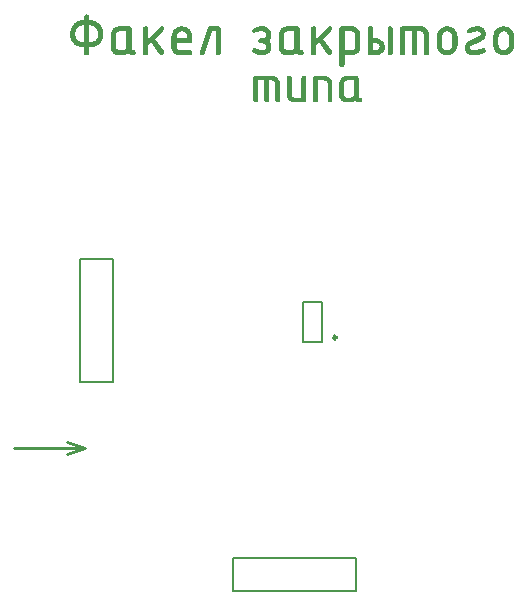
<source format=gto>
G04 Layer_Color=65535*
%FSLAX44Y44*%
%MOMM*%
G71*
G01*
G75*
%ADD21C,0.2540*%
%ADD22C,0.2000*%
G36*
X339470Y544438D02*
X339787Y544374D01*
X340231Y544247D01*
X340676Y543930D01*
X340993Y543549D01*
X341247Y543041D01*
X341374Y542280D01*
Y534472D01*
X344611D01*
X345182Y534345D01*
X345881Y534218D01*
X346706Y533964D01*
X347531Y533584D01*
X348420Y533012D01*
X349245Y532314D01*
X349308Y532251D01*
X349562Y531933D01*
X349943Y531489D01*
X350324Y530918D01*
X350705Y530156D01*
X351086Y529267D01*
X351339Y528315D01*
X351403Y527236D01*
Y527173D01*
Y527109D01*
Y526728D01*
X351276Y526157D01*
X351149Y525459D01*
X350895Y524634D01*
X350514Y523809D01*
X349943Y522920D01*
X349245Y522095D01*
X349181Y522031D01*
X348864Y521777D01*
X348420Y521460D01*
X347848Y521079D01*
X347087Y520635D01*
X346198Y520317D01*
X345182Y520064D01*
X344103Y520000D01*
X339025D01*
X338772Y520064D01*
X338391Y520127D01*
X338010Y520254D01*
X337629Y520508D01*
X337248Y520889D01*
X336994Y521460D01*
X336931Y522158D01*
Y542280D01*
Y542407D01*
X336994Y542660D01*
X337058Y542978D01*
X337185Y543422D01*
X337439Y543803D01*
X337819Y544184D01*
X338391Y544438D01*
X339089Y544501D01*
X339216D01*
X339470Y544438D01*
D02*
G37*
G36*
X356227D02*
X356544Y544374D01*
X356989Y544247D01*
X357433Y543930D01*
X357750Y543549D01*
X358004Y543041D01*
X358131Y542280D01*
Y522158D01*
Y522095D01*
X358068Y521841D01*
X358004Y521460D01*
X357877Y521079D01*
X357560Y520698D01*
X357179Y520317D01*
X356608Y520064D01*
X355846Y520000D01*
X355783D01*
X355529Y520064D01*
X355148Y520127D01*
X354767Y520254D01*
X354386Y520508D01*
X354005Y520889D01*
X353751Y521460D01*
X353688Y522158D01*
Y542280D01*
Y542407D01*
X353751Y542660D01*
X353815Y542978D01*
X353942Y543422D01*
X354196Y543803D01*
X354577Y544184D01*
X355148Y544438D01*
X355846Y544501D01*
X355973D01*
X356227Y544438D01*
D02*
G37*
G36*
X210616D02*
X210934Y544374D01*
X211378Y544247D01*
X211822Y543930D01*
X212140Y543549D01*
X212393Y543041D01*
X212521Y542280D01*
Y522158D01*
Y522095D01*
X212457Y521841D01*
X212393Y521460D01*
X212267Y521079D01*
X211949Y520698D01*
X211568Y520317D01*
X210997Y520064D01*
X210235Y520000D01*
X210172D01*
X209918Y520064D01*
X209537Y520127D01*
X209156Y520254D01*
X208776Y520508D01*
X208395Y520889D01*
X208141Y521460D01*
X208077Y522158D01*
Y540121D01*
X205157D01*
X198937Y521460D01*
Y521396D01*
X198873Y521206D01*
X198683Y521016D01*
X198493Y520762D01*
X198239Y520444D01*
X197858Y520254D01*
X197414Y520064D01*
X196842Y520000D01*
X196779D01*
X196525Y520064D01*
X196144Y520127D01*
X195763Y520254D01*
X195382Y520508D01*
X195002Y520889D01*
X194748Y521460D01*
X194684Y522158D01*
Y522222D01*
Y522412D01*
X194748Y522856D01*
X201412Y542724D01*
Y542787D01*
X201539Y542978D01*
X201666Y543295D01*
X201920Y543613D01*
X202174Y543930D01*
X202555Y544247D01*
X202999Y544438D01*
X203571Y544501D01*
X210362D01*
X210616Y544438D01*
D02*
G37*
G36*
X277455D02*
X277772Y544374D01*
X278217Y544247D01*
X278661Y543930D01*
X278978Y543549D01*
X279232Y543041D01*
X279359Y542280D01*
Y525522D01*
Y525459D01*
Y525332D01*
X279423Y525141D01*
X279550Y524951D01*
X279740Y524697D01*
X280058Y524507D01*
X280438Y524380D01*
X281010Y524316D01*
X281264D01*
X281581Y524189D01*
X281898Y524062D01*
X282152Y523809D01*
X282470Y523428D01*
X282660Y522856D01*
X282723Y522158D01*
Y522095D01*
X282660Y521841D01*
X282596Y521460D01*
X282470Y521079D01*
X282152Y520698D01*
X281771Y520317D01*
X281200Y520064D01*
X280438Y520000D01*
X279994D01*
X279550Y520127D01*
X278978Y520254D01*
X278407Y520444D01*
X277709Y520762D01*
X277138Y521206D01*
X276566Y521777D01*
X276503Y521714D01*
X276249Y521523D01*
X275932Y521206D01*
X275424Y520889D01*
X274789Y520571D01*
X274027Y520254D01*
X273075Y520064D01*
X272060Y520000D01*
X268569D01*
X268188Y520064D01*
X267616Y520127D01*
X266918Y520254D01*
X266093Y520508D01*
X265268Y520889D01*
X264379Y521333D01*
X263554Y522031D01*
X263491Y522158D01*
X263237Y522412D01*
X262919Y522856D01*
X262539Y523491D01*
X262158Y524189D01*
X261840Y525078D01*
X261586Y526094D01*
X261523Y527173D01*
Y537265D01*
Y537329D01*
Y537392D01*
X261586Y537773D01*
X261650Y538344D01*
X261777Y539042D01*
X262031Y539868D01*
X262411Y540693D01*
X262856Y541581D01*
X263554Y542407D01*
X263681Y542470D01*
X263935Y542724D01*
X264379Y543041D01*
X265014Y543486D01*
X265712Y543867D01*
X266601Y544184D01*
X267616Y544438D01*
X268696Y544501D01*
X277201D01*
X277455Y544438D01*
D02*
G37*
G36*
X382759Y544374D02*
X383458Y544247D01*
X384283Y543993D01*
X385108Y543613D01*
X385997Y543041D01*
X386822Y542343D01*
X386885Y542280D01*
X387139Y541962D01*
X387520Y541518D01*
X387901Y540947D01*
X388282Y540185D01*
X388662Y539296D01*
X388916Y538344D01*
X388980Y537265D01*
Y522158D01*
Y522095D01*
X388916Y521841D01*
X388853Y521460D01*
X388726Y521079D01*
X388409Y520698D01*
X388028Y520317D01*
X387457Y520064D01*
X386695Y520000D01*
X386631D01*
X386377Y520064D01*
X385997Y520127D01*
X385616Y520254D01*
X385235Y520508D01*
X384854Y520889D01*
X384600Y521460D01*
X384537Y522158D01*
Y537265D01*
Y537329D01*
Y537455D01*
X384473Y537709D01*
X384410Y537963D01*
X384156Y538661D01*
X383965Y538979D01*
X383648Y539296D01*
X383585Y539360D01*
X383521Y539423D01*
X383331Y539550D01*
X383077Y539741D01*
X382442Y539995D01*
X382125Y540058D01*
X381680Y540121D01*
X378887D01*
Y522158D01*
Y522095D01*
X378824Y521841D01*
X378760Y521460D01*
X378633Y521079D01*
X378316Y520698D01*
X377935Y520317D01*
X377364Y520064D01*
X376602Y520000D01*
X376539D01*
X376285Y520064D01*
X375904Y520127D01*
X375523Y520254D01*
X375142Y520508D01*
X374762Y520889D01*
X374508Y521460D01*
X374444Y522158D01*
Y540121D01*
X368795D01*
Y522158D01*
Y522095D01*
X368731Y521841D01*
X368668Y521460D01*
X368541Y521079D01*
X368224Y520698D01*
X367843Y520317D01*
X367272Y520064D01*
X366510Y520000D01*
X366446D01*
X366193Y520064D01*
X365812Y520127D01*
X365431Y520254D01*
X365050Y520508D01*
X364669Y520889D01*
X364415Y521460D01*
X364352Y522158D01*
Y542280D01*
Y542407D01*
X364415Y542660D01*
X364479Y542978D01*
X364606Y543422D01*
X364860Y543803D01*
X365240Y544184D01*
X365812Y544438D01*
X366510Y544501D01*
X382188D01*
X382759Y544374D01*
D02*
G37*
G36*
X452708Y544438D02*
X453407Y544374D01*
X454295Y544184D01*
X455247Y543867D01*
X456326Y543422D01*
X457406Y542787D01*
X458421Y541899D01*
X458548Y541772D01*
X458802Y541454D01*
X459246Y540883D01*
X459754Y540121D01*
X460198Y539233D01*
X460643Y538154D01*
X460897Y536884D01*
X461023Y535551D01*
Y528886D01*
Y528823D01*
Y528696D01*
Y528506D01*
X460960Y528252D01*
X460897Y527617D01*
X460706Y526728D01*
X460389Y525713D01*
X459881Y524697D01*
X459246Y523618D01*
X458358Y522603D01*
X458231Y522476D01*
X457913Y522222D01*
X457342Y521777D01*
X456580Y521333D01*
X455692Y520825D01*
X454613Y520381D01*
X453407Y520127D01*
X452074Y520000D01*
X451693D01*
X451439Y520064D01*
X450741Y520127D01*
X449852Y520317D01*
X448900Y520635D01*
X447821Y521079D01*
X446742Y521714D01*
X445726Y522539D01*
X445599Y522666D01*
X445345Y522983D01*
X444901Y523555D01*
X444457Y524316D01*
X444012Y525205D01*
X443568Y526348D01*
X443314Y527553D01*
X443187Y528886D01*
Y535551D01*
Y535615D01*
Y535742D01*
Y535932D01*
X443251Y536186D01*
X443314Y536884D01*
X443504Y537773D01*
X443822Y538725D01*
X444266Y539804D01*
X444901Y540883D01*
X445726Y541899D01*
X445853Y542026D01*
X446171Y542280D01*
X446742Y542724D01*
X447503Y543232D01*
X448392Y543676D01*
X449535Y544120D01*
X450741Y544374D01*
X452074Y544501D01*
X452454D01*
X452708Y544438D01*
D02*
G37*
G36*
X431508Y544374D02*
X432143Y544247D01*
X432841Y544057D01*
X433602Y543676D01*
X434364Y543232D01*
X435126Y542597D01*
X435189Y542533D01*
X435443Y542280D01*
X435761Y541835D01*
X436078Y541328D01*
X436459Y540693D01*
X436713Y539868D01*
X436967Y539042D01*
X437030Y538090D01*
Y538027D01*
Y537900D01*
Y537709D01*
X436967Y537455D01*
X436840Y536757D01*
X436586Y535869D01*
X436142Y534916D01*
X435824Y534472D01*
X435443Y533964D01*
X434999Y533520D01*
X434555Y533076D01*
X433920Y532695D01*
X433285Y532314D01*
X424716Y528125D01*
X424653D01*
X424526Y527998D01*
X424208Y527744D01*
X423954Y527490D01*
X423827Y527173D01*
X423700Y526792D01*
X423637Y526348D01*
Y526284D01*
Y526221D01*
X423700Y525840D01*
X423891Y525395D01*
X424208Y524951D01*
X424335Y524888D01*
X424589Y524697D01*
X425033Y524443D01*
X425541Y524380D01*
X426366D01*
X426747Y524443D01*
X427255D01*
X428398Y524570D01*
X429731Y524761D01*
X431127Y525014D01*
X432523Y525332D01*
X433920Y525840D01*
X433983Y525903D01*
X434174Y525967D01*
X434428Y526030D01*
X434872D01*
X435126Y525967D01*
X435443Y525903D01*
X435888Y525776D01*
X436332Y525459D01*
X436649Y525078D01*
X436903Y524570D01*
X437030Y523809D01*
Y523745D01*
Y523618D01*
X436967Y523364D01*
X436903Y523110D01*
X436713Y522793D01*
X436522Y522476D01*
X436205Y522158D01*
X435761Y521904D01*
X435697D01*
X435634Y521841D01*
X435443Y521714D01*
X435126Y521587D01*
X434809Y521460D01*
X434364Y521333D01*
X433856Y521143D01*
X433222Y520952D01*
X432587Y520762D01*
X431825Y520635D01*
X431000Y520444D01*
X430048Y520317D01*
X429032Y520190D01*
X427953Y520064D01*
X426811Y520000D01*
X425097D01*
X424589Y520127D01*
X423954Y520254D01*
X423256Y520444D01*
X422495Y520762D01*
X421733Y521206D01*
X421035Y521841D01*
X420971Y521904D01*
X420781Y522158D01*
X420463Y522539D01*
X420146Y523110D01*
X419765Y523745D01*
X419511Y524507D01*
X419257Y525395D01*
X419194Y526348D01*
Y526411D01*
Y526538D01*
Y526728D01*
X419257Y526982D01*
X419384Y527680D01*
X419638Y528569D01*
X420082Y529521D01*
X420400Y530029D01*
X420717Y530473D01*
X421161Y530918D01*
X421606Y531362D01*
X422177Y531743D01*
X422812Y532124D01*
X431508Y536313D01*
X431571D01*
X431698Y536440D01*
X432079Y536757D01*
X432270Y536948D01*
X432397Y537265D01*
X432523Y537646D01*
X432587Y538090D01*
Y538154D01*
Y538217D01*
X432523Y538598D01*
X432333Y539042D01*
X431952Y539487D01*
X431825Y539614D01*
X431571Y539804D01*
X431127Y539995D01*
X430556Y540121D01*
X429604D01*
X428969Y540058D01*
X427636Y539995D01*
X427001Y539868D01*
X426430Y539741D01*
X426366D01*
X426240Y539677D01*
X426049Y539614D01*
X425732Y539550D01*
X425033Y539233D01*
X424081Y538725D01*
X424018Y538661D01*
X423764Y538598D01*
X423447Y538471D01*
X423002Y538408D01*
X422875D01*
X422495Y538471D01*
X421987Y538661D01*
X421479Y539042D01*
Y539106D01*
X421352Y539169D01*
X421161Y539487D01*
X420971Y539995D01*
X420844Y540629D01*
Y540693D01*
X420908Y540820D01*
X420971Y541074D01*
X421098Y541328D01*
X421288Y541645D01*
X421669Y541962D01*
X422114Y542280D01*
X422748Y542597D01*
X422875Y542660D01*
X423193Y542914D01*
X423764Y543232D01*
X424145Y543359D01*
X424589Y543549D01*
X425097Y543740D01*
X425668Y543930D01*
X426303Y544057D01*
X427001Y544184D01*
X427763Y544311D01*
X428652Y544438D01*
X429540Y544501D01*
X431000D01*
X431508Y544374D01*
D02*
G37*
G36*
X249209D02*
X249907Y544247D01*
X250732Y543993D01*
X251557Y543613D01*
X252446Y543041D01*
X253271Y542343D01*
X253335Y542280D01*
X253589Y541962D01*
X253969Y541518D01*
X254350Y540947D01*
X254731Y540185D01*
X255112Y539296D01*
X255366Y538344D01*
X255429Y537265D01*
Y537202D01*
Y537075D01*
Y536884D01*
X255366Y536630D01*
X255302Y535996D01*
X255112Y535170D01*
X254858Y534345D01*
X254414Y533520D01*
X253842Y532758D01*
X253081Y532187D01*
X253208Y532124D01*
X253462Y531933D01*
X253842Y531616D01*
X254287Y531108D01*
X254668Y530410D01*
X255049Y529585D01*
X255302Y528506D01*
X255429Y527173D01*
Y527109D01*
Y527046D01*
Y526665D01*
X255302Y526094D01*
X255175Y525395D01*
X254921Y524634D01*
X254541Y523745D01*
X253969Y522920D01*
X253271Y522095D01*
X253208Y522031D01*
X252890Y521777D01*
X252446Y521460D01*
X251875Y521079D01*
X251113Y520635D01*
X250224Y520317D01*
X249209Y520064D01*
X248130Y520000D01*
X246098D01*
X245718Y520064D01*
X245210Y520127D01*
X244512Y520254D01*
X243813Y520381D01*
X242925Y520635D01*
X242036Y520952D01*
X241909Y521016D01*
X241592Y521143D01*
X241147Y521396D01*
X240640Y521714D01*
X240132Y522095D01*
X239688Y522603D01*
X239370Y523110D01*
X239307Y523428D01*
X239243Y523745D01*
Y523809D01*
Y523872D01*
X239307Y524189D01*
X239434Y524634D01*
X239688Y525205D01*
Y525268D01*
X239751Y525332D01*
X240068Y525649D01*
X240449Y525903D01*
X240703Y525967D01*
X241021Y526030D01*
X241084D01*
X241211Y525967D01*
X241338Y525903D01*
X241655Y525840D01*
X242036Y525713D01*
X242544Y525459D01*
X243179Y525205D01*
X243242Y525141D01*
X243496Y525078D01*
X243877Y524951D01*
X244321Y524824D01*
X245400Y524507D01*
X245908Y524443D01*
X246416Y524380D01*
X248320D01*
X248511Y524443D01*
X248828Y524507D01*
X249463Y524761D01*
X249780Y524951D01*
X250097Y525205D01*
X250161Y525268D01*
X250224Y525332D01*
X250351Y525522D01*
X250542Y525776D01*
X250859Y526411D01*
X250923Y526792D01*
X250986Y527173D01*
Y527236D01*
Y527426D01*
X250923Y527617D01*
Y527934D01*
X250669Y528633D01*
X250478Y528950D01*
X250224Y529267D01*
X250097Y529394D01*
X249780Y529585D01*
X249209Y529839D01*
X248511Y530029D01*
X246225D01*
X245845Y530156D01*
X245337Y530346D01*
X244893Y530664D01*
X244766Y530791D01*
X244575Y531108D01*
X244385Y531552D01*
X244258Y532187D01*
Y532251D01*
Y532314D01*
X244321Y532695D01*
X244512Y533203D01*
X244893Y533711D01*
X244956Y533774D01*
X245019Y533838D01*
X245146Y533964D01*
X245400Y534091D01*
X245654Y534218D01*
X246035Y534282D01*
X246416Y534409D01*
X248193D01*
X248447Y534472D01*
X248828Y534536D01*
X249526Y534726D01*
X249907Y534916D01*
X250224Y535170D01*
X250288Y535234D01*
X250351Y535297D01*
X250478Y535488D01*
X250605Y535742D01*
X250859Y536376D01*
X250986Y536821D01*
Y537265D01*
Y537329D01*
Y537455D01*
X250923Y537646D01*
X250859Y537963D01*
X250669Y538598D01*
X250415Y538915D01*
X250161Y539233D01*
X250097Y539296D01*
X250034Y539360D01*
X249844Y539487D01*
X249590Y539677D01*
X248955Y539995D01*
X248574Y540058D01*
X248130Y540121D01*
X245908D01*
X245527Y540058D01*
X245083D01*
X244575Y539995D01*
X243940Y539868D01*
X243306Y539741D01*
X243242D01*
X243052Y539677D01*
X242734Y539614D01*
X242353Y539550D01*
X241592Y539233D01*
X241275Y539106D01*
X241021Y538915D01*
X240957D01*
X240894Y538852D01*
X240576Y538788D01*
X240322Y538725D01*
X240132Y538788D01*
X239878Y538915D01*
X239688Y539169D01*
Y539233D01*
X239624Y539296D01*
X239497Y539677D01*
X239307Y540185D01*
X239243Y540693D01*
Y540756D01*
X239307Y540947D01*
X239434Y541264D01*
X239624Y541645D01*
X240005Y542089D01*
X240513Y542597D01*
X241275Y543105D01*
X241782Y543295D01*
X242290Y543549D01*
X242417Y543613D01*
X242671Y543676D01*
X243115Y543867D01*
X243687Y544057D01*
X244321Y544184D01*
X245019Y544374D01*
X245718Y544438D01*
X246416Y544501D01*
X248638D01*
X249209Y544374D01*
D02*
G37*
G36*
X404722Y544438D02*
X405420Y544374D01*
X406308Y544184D01*
X407261Y543867D01*
X408340Y543422D01*
X409419Y542787D01*
X410434Y541899D01*
X410561Y541772D01*
X410815Y541454D01*
X411259Y540883D01*
X411767Y540121D01*
X412212Y539233D01*
X412656Y538154D01*
X412910Y536884D01*
X413037Y535551D01*
Y528886D01*
Y528823D01*
Y528696D01*
Y528506D01*
X412973Y528252D01*
X412910Y527617D01*
X412719Y526728D01*
X412402Y525713D01*
X411894Y524697D01*
X411259Y523618D01*
X410371Y522603D01*
X410244Y522476D01*
X409926Y522222D01*
X409355Y521777D01*
X408593Y521333D01*
X407705Y520825D01*
X406626Y520381D01*
X405420Y520127D01*
X404087Y520000D01*
X403706D01*
X403452Y520064D01*
X402754Y520127D01*
X401865Y520317D01*
X400913Y520635D01*
X399834Y521079D01*
X398755Y521714D01*
X397739Y522539D01*
X397612Y522666D01*
X397359Y522983D01*
X396914Y523555D01*
X396470Y524316D01*
X396026Y525205D01*
X395581Y526348D01*
X395327Y527553D01*
X395200Y528886D01*
Y535551D01*
Y535615D01*
Y535742D01*
Y535932D01*
X395264Y536186D01*
X395327Y536884D01*
X395518Y537773D01*
X395835Y538725D01*
X396279Y539804D01*
X396914Y540883D01*
X397739Y541899D01*
X397866Y542026D01*
X398184Y542280D01*
X398755Y542724D01*
X399517Y543232D01*
X400405Y543676D01*
X401548Y544120D01*
X402754Y544374D01*
X404087Y544501D01*
X404468D01*
X404722Y544438D01*
D02*
G37*
G36*
X180212D02*
X180910Y544374D01*
X181799Y544184D01*
X182751Y543867D01*
X183830Y543422D01*
X184909Y542787D01*
X185925Y541899D01*
X186052Y541772D01*
X186306Y541454D01*
X186750Y540883D01*
X187258Y540121D01*
X187702Y539233D01*
X188146Y538154D01*
X188400Y536948D01*
X188527Y535615D01*
Y530093D01*
X175134D01*
Y527236D01*
Y527173D01*
Y527046D01*
X175197Y526792D01*
X175261Y526538D01*
X175515Y525903D01*
X175705Y525522D01*
X175959Y525205D01*
X176023Y525141D01*
X176086Y525078D01*
X176276Y524951D01*
X176530Y524824D01*
X177102Y524507D01*
X177482Y524443D01*
X177863Y524380D01*
X186369D01*
X186623Y524316D01*
X186940Y524253D01*
X187384Y524126D01*
X187829Y523809D01*
X188146Y523428D01*
X188400Y522920D01*
X188527Y522158D01*
Y522095D01*
X188464Y521841D01*
X188400Y521460D01*
X188273Y521079D01*
X187956Y520698D01*
X187575Y520317D01*
X187004Y520064D01*
X186242Y520000D01*
X177736D01*
X177356Y520064D01*
X176784Y520127D01*
X176086Y520254D01*
X175261Y520508D01*
X174436Y520889D01*
X173547Y521333D01*
X172722Y522031D01*
X172658Y522158D01*
X172404Y522412D01*
X172087Y522856D01*
X171706Y523491D01*
X171325Y524189D01*
X171008Y525078D01*
X170754Y526094D01*
X170691Y527173D01*
Y535551D01*
Y535615D01*
Y535742D01*
Y535932D01*
X170754Y536186D01*
X170818Y536884D01*
X171008Y537773D01*
X171325Y538725D01*
X171770Y539804D01*
X172404Y540883D01*
X173230Y541899D01*
X173357Y542026D01*
X173674Y542280D01*
X174245Y542724D01*
X175007Y543232D01*
X175896Y543676D01*
X177038Y544120D01*
X178244Y544374D01*
X179577Y544501D01*
X179958D01*
X180212Y544438D01*
D02*
G37*
G36*
X327449Y502550D02*
X327742Y502492D01*
X328152Y502375D01*
X328562Y502082D01*
X328854Y501730D01*
X329089Y501262D01*
X329206Y500559D01*
Y485096D01*
Y485037D01*
Y484920D01*
X329264Y484744D01*
X329381Y484569D01*
X329557Y484334D01*
X329850Y484159D01*
X330201Y484041D01*
X330729Y483983D01*
X330963D01*
X331256Y483866D01*
X331549Y483749D01*
X331783Y483514D01*
X332076Y483163D01*
X332252Y482636D01*
X332310Y481992D01*
Y481933D01*
X332252Y481699D01*
X332193Y481347D01*
X332076Y480996D01*
X331783Y480644D01*
X331432Y480293D01*
X330904Y480059D01*
X330201Y480000D01*
X329791D01*
X329381Y480117D01*
X328854Y480234D01*
X328327Y480410D01*
X327683Y480703D01*
X327156Y481113D01*
X326629Y481640D01*
X326570Y481581D01*
X326336Y481406D01*
X326043Y481113D01*
X325574Y480820D01*
X324989Y480527D01*
X324286Y480234D01*
X323407Y480059D01*
X322470Y480000D01*
X319249D01*
X318897Y480059D01*
X318370Y480117D01*
X317726Y480234D01*
X316964Y480469D01*
X316203Y480820D01*
X315383Y481230D01*
X314621Y481874D01*
X314563Y481992D01*
X314328Y482226D01*
X314035Y482636D01*
X313684Y483222D01*
X313333Y483866D01*
X313040Y484686D01*
X312806Y485623D01*
X312747Y486619D01*
Y495932D01*
Y495990D01*
Y496049D01*
X312806Y496400D01*
X312864Y496927D01*
X312981Y497572D01*
X313216Y498333D01*
X313567Y499095D01*
X313977Y499915D01*
X314621Y500676D01*
X314738Y500735D01*
X314973Y500969D01*
X315383Y501262D01*
X315968Y501672D01*
X316613Y502023D01*
X317433Y502316D01*
X318370Y502550D01*
X319366Y502609D01*
X327214D01*
X327449Y502550D01*
D02*
G37*
G36*
X301325Y502492D02*
X301970Y502375D01*
X302731Y502140D01*
X303493Y501789D01*
X304312Y501262D01*
X305074Y500617D01*
X305133Y500559D01*
X305367Y500266D01*
X305718Y499856D01*
X306070Y499329D01*
X306421Y498626D01*
X306772Y497806D01*
X307007Y496927D01*
X307065Y495932D01*
Y481992D01*
Y481933D01*
X307007Y481699D01*
X306948Y481347D01*
X306831Y480996D01*
X306538Y480644D01*
X306187Y480293D01*
X305660Y480059D01*
X304957Y480000D01*
X304898D01*
X304664Y480059D01*
X304312Y480117D01*
X303961Y480234D01*
X303610Y480469D01*
X303258Y480820D01*
X303024Y481347D01*
X302965Y481992D01*
Y495932D01*
Y495990D01*
Y496107D01*
X302907Y496342D01*
X302848Y496576D01*
X302673Y497220D01*
X302438Y497513D01*
X302204Y497806D01*
X302145Y497865D01*
X302087Y497923D01*
X301911Y498040D01*
X301677Y498216D01*
X301091Y498450D01*
X300740Y498509D01*
X300330Y498568D01*
X294707D01*
Y481992D01*
Y481933D01*
X294648Y481699D01*
X294590Y481347D01*
X294472Y480996D01*
X294179Y480644D01*
X293828Y480293D01*
X293301Y480059D01*
X292598Y480000D01*
X292539D01*
X292305Y480059D01*
X291954Y480117D01*
X291602Y480234D01*
X291251Y480469D01*
X290899Y480820D01*
X290665Y481347D01*
X290607Y481992D01*
Y500559D01*
Y500676D01*
X290665Y500910D01*
X290724Y501203D01*
X290841Y501613D01*
X291075Y501965D01*
X291427Y502316D01*
X291954Y502550D01*
X292598Y502609D01*
X300798D01*
X301325Y502492D01*
D02*
G37*
G36*
X324553Y544374D02*
X325251Y544247D01*
X326077Y543993D01*
X326902Y543613D01*
X327790Y543041D01*
X328615Y542343D01*
X328679Y542280D01*
X328933Y541962D01*
X329314Y541518D01*
X329695Y540947D01*
X330075Y540185D01*
X330456Y539296D01*
X330710Y538344D01*
X330774Y537265D01*
Y527173D01*
Y527109D01*
Y527046D01*
Y526665D01*
X330647Y526094D01*
X330520Y525395D01*
X330266Y524634D01*
X329885Y523745D01*
X329314Y522920D01*
X328615Y522095D01*
X328552Y522031D01*
X328235Y521777D01*
X327790Y521460D01*
X327219Y521079D01*
X326457Y520635D01*
X325569Y520317D01*
X324553Y520064D01*
X323474Y520000D01*
X317381D01*
Y512129D01*
Y512066D01*
X317317Y511812D01*
X317254Y511431D01*
X317127Y511050D01*
X316809Y510606D01*
X316428Y510288D01*
X315857Y510034D01*
X315095Y509907D01*
X315032D01*
X314778Y509971D01*
X314397Y510034D01*
X314016Y510161D01*
X313636Y510479D01*
X313255Y510860D01*
X313001Y511367D01*
X312937Y512129D01*
Y542280D01*
Y542407D01*
X313001Y542660D01*
X313064Y542978D01*
X313191Y543422D01*
X313445Y543803D01*
X313826Y544184D01*
X314397Y544438D01*
X315095Y544501D01*
X323982D01*
X324553Y544374D01*
D02*
G37*
G36*
X283168Y502550D02*
X283461Y502492D01*
X283871Y502375D01*
X284281Y502082D01*
X284574Y501730D01*
X284808Y501262D01*
X284925Y500559D01*
Y481992D01*
Y481933D01*
X284867Y481699D01*
X284808Y481347D01*
X284691Y480996D01*
X284398Y480644D01*
X284046Y480293D01*
X283519Y480059D01*
X282816Y480000D01*
X274968D01*
X274616Y480059D01*
X274089Y480117D01*
X273445Y480234D01*
X272683Y480469D01*
X271922Y480820D01*
X271102Y481230D01*
X270340Y481874D01*
X270282Y481992D01*
X270048Y482226D01*
X269755Y482636D01*
X269403Y483222D01*
X269052Y483866D01*
X268759Y484686D01*
X268525Y485623D01*
X268466Y486619D01*
Y500559D01*
Y500676D01*
X268525Y500910D01*
X268583Y501203D01*
X268701Y501613D01*
X268935Y501965D01*
X269286Y502316D01*
X269813Y502550D01*
X270458Y502609D01*
X270575D01*
X270809Y502550D01*
X271102Y502492D01*
X271512Y502375D01*
X271922Y502082D01*
X272215Y501730D01*
X272449Y501262D01*
X272566Y500559D01*
Y486619D01*
Y486560D01*
Y486443D01*
X272625Y486267D01*
X272683Y485974D01*
X272918Y485389D01*
X273093Y485096D01*
X273328Y484803D01*
X273386Y484744D01*
X273445Y484686D01*
X273621Y484569D01*
X273855Y484451D01*
X274382Y484159D01*
X274733Y484100D01*
X275085Y484041D01*
X280825D01*
Y500559D01*
Y500676D01*
X280884Y500910D01*
X280942Y501203D01*
X281059Y501613D01*
X281294Y501965D01*
X281645Y502316D01*
X282172Y502550D01*
X282816Y502609D01*
X282934D01*
X283168Y502550D01*
D02*
G37*
G36*
X256986Y502492D02*
X257630Y502375D01*
X258392Y502140D01*
X259153Y501789D01*
X259973Y501262D01*
X260735Y500617D01*
X260793Y500559D01*
X261028Y500266D01*
X261379Y499856D01*
X261730Y499329D01*
X262082Y498626D01*
X262433Y497806D01*
X262668Y496927D01*
X262726Y495932D01*
Y481992D01*
Y481933D01*
X262668Y481699D01*
X262609Y481347D01*
X262492Y480996D01*
X262199Y480644D01*
X261847Y480293D01*
X261320Y480059D01*
X260618Y480000D01*
X260559D01*
X260325Y480059D01*
X259973Y480117D01*
X259622Y480234D01*
X259270Y480469D01*
X258919Y480820D01*
X258685Y481347D01*
X258626Y481992D01*
Y495932D01*
Y495990D01*
Y496107D01*
X258568Y496342D01*
X258509Y496576D01*
X258275Y497220D01*
X258099Y497513D01*
X257806Y497806D01*
X257747Y497865D01*
X257689Y497923D01*
X257513Y498040D01*
X257279Y498216D01*
X256693Y498450D01*
X256400Y498509D01*
X255990Y498568D01*
X253413D01*
Y481992D01*
Y481933D01*
X253354Y481699D01*
X253296Y481347D01*
X253179Y480996D01*
X252886Y480644D01*
X252535Y480293D01*
X252007Y480059D01*
X251304Y480000D01*
X251246D01*
X251012Y480059D01*
X250660Y480117D01*
X250309Y480234D01*
X249957Y480469D01*
X249606Y480820D01*
X249372Y481347D01*
X249313Y481992D01*
Y498568D01*
X244100D01*
Y481992D01*
Y481933D01*
X244042Y481699D01*
X243983Y481347D01*
X243866Y480996D01*
X243573Y480644D01*
X243221Y480293D01*
X242694Y480059D01*
X241992Y480000D01*
X241933D01*
X241699Y480059D01*
X241347Y480117D01*
X240996Y480234D01*
X240644Y480469D01*
X240293Y480820D01*
X240059Y481347D01*
X240000Y481992D01*
Y500559D01*
Y500676D01*
X240059Y500910D01*
X240117Y501203D01*
X240234Y501613D01*
X240469Y501965D01*
X240820Y502316D01*
X241347Y502550D01*
X241992Y502609D01*
X256459D01*
X256986Y502492D01*
D02*
G37*
G36*
X162629Y544438D02*
X162947Y544374D01*
X163391Y544247D01*
X163836Y543930D01*
X164153Y543549D01*
X164407Y543041D01*
X164534Y542280D01*
Y542216D01*
Y542153D01*
X164470Y541772D01*
X164216Y541264D01*
X164026Y540947D01*
X163772Y540629D01*
X156663Y533647D01*
X164089Y523428D01*
X164153Y523301D01*
X164343Y523047D01*
X164470Y522603D01*
X164534Y522158D01*
Y522095D01*
X164470Y521841D01*
X164407Y521460D01*
X164280Y521079D01*
X163962Y520698D01*
X163582Y520317D01*
X163010Y520064D01*
X162249Y520000D01*
X162058D01*
X161868Y520064D01*
X161614Y520127D01*
X161043Y520381D01*
X160725Y520571D01*
X160471Y520889D01*
X153616Y530791D01*
X151140Y527998D01*
Y522158D01*
Y522095D01*
X151077Y521841D01*
X151014Y521460D01*
X150887Y521079D01*
X150569Y520698D01*
X150188Y520317D01*
X149617Y520064D01*
X148855Y520000D01*
X148792D01*
X148538Y520064D01*
X148157Y520127D01*
X147776Y520254D01*
X147395Y520508D01*
X147015Y520889D01*
X146761Y521460D01*
X146697Y522158D01*
Y542280D01*
Y542407D01*
X146761Y542660D01*
X146824Y542978D01*
X146951Y543422D01*
X147205Y543803D01*
X147586Y544184D01*
X148157Y544438D01*
X148855Y544501D01*
X148982D01*
X149236Y544438D01*
X149554Y544374D01*
X149998Y544247D01*
X150442Y543930D01*
X150760Y543549D01*
X151014Y543041D01*
X151140Y542280D01*
Y533457D01*
X160725Y543803D01*
Y543867D01*
X160852Y543930D01*
X161169Y544184D01*
X161614Y544374D01*
X161931Y544501D01*
X162376D01*
X162629Y544438D01*
D02*
G37*
G36*
X135208D02*
X135526Y544374D01*
X135970Y544247D01*
X136414Y543930D01*
X136732Y543549D01*
X136986Y543041D01*
X137113Y542280D01*
Y525522D01*
Y525459D01*
Y525332D01*
X137176Y525141D01*
X137303Y524951D01*
X137493Y524697D01*
X137811Y524507D01*
X138192Y524380D01*
X138763Y524316D01*
X139017D01*
X139334Y524189D01*
X139652Y524062D01*
X139906Y523809D01*
X140223Y523428D01*
X140413Y522856D01*
X140477Y522158D01*
Y522095D01*
X140413Y521841D01*
X140350Y521460D01*
X140223Y521079D01*
X139906Y520698D01*
X139525Y520317D01*
X138953Y520064D01*
X138192Y520000D01*
X137747D01*
X137303Y520127D01*
X136732Y520254D01*
X136160Y520444D01*
X135462Y520762D01*
X134891Y521206D01*
X134320Y521777D01*
X134256Y521714D01*
X134002Y521523D01*
X133685Y521206D01*
X133177Y520889D01*
X132542Y520571D01*
X131781Y520254D01*
X130829Y520064D01*
X129813Y520000D01*
X126322D01*
X125941Y520064D01*
X125370Y520127D01*
X124672Y520254D01*
X123847Y520508D01*
X123021Y520889D01*
X122133Y521333D01*
X121307Y522031D01*
X121244Y522158D01*
X120990Y522412D01*
X120673Y522856D01*
X120292Y523491D01*
X119911Y524189D01*
X119594Y525078D01*
X119340Y526094D01*
X119276Y527173D01*
Y537265D01*
Y537329D01*
Y537392D01*
X119340Y537773D01*
X119403Y538344D01*
X119530Y539042D01*
X119784Y539868D01*
X120165Y540693D01*
X120609Y541581D01*
X121307Y542407D01*
X121434Y542470D01*
X121688Y542724D01*
X122133Y543041D01*
X122767Y543486D01*
X123466Y543867D01*
X124354Y544184D01*
X125370Y544438D01*
X126449Y544501D01*
X134955D01*
X135208Y544438D01*
D02*
G37*
G36*
X99282Y554530D02*
X99599Y554467D01*
X100043Y554340D01*
X100488Y554022D01*
X100805Y553642D01*
X101059Y553134D01*
X101186Y552372D01*
Y549516D01*
X102709D01*
X103027Y549452D01*
X103408D01*
X103852Y549325D01*
X104868Y549135D01*
X106074Y548754D01*
X107343Y548183D01*
X107978Y547865D01*
X108613Y547421D01*
X109247Y546977D01*
X109819Y546405D01*
X109882Y546342D01*
X109945Y546278D01*
X110136Y546088D01*
X110326Y545834D01*
X110834Y545199D01*
X111405Y544311D01*
X111977Y543232D01*
X112421Y541962D01*
X112802Y540502D01*
X112865Y539741D01*
X112929Y538915D01*
Y537265D01*
Y537202D01*
Y537075D01*
Y536821D01*
X112865Y536503D01*
Y536186D01*
X112738Y535742D01*
X112548Y534663D01*
X112167Y533520D01*
X111596Y532251D01*
X111215Y531616D01*
X110834Y530981D01*
X110326Y530346D01*
X109755Y529775D01*
X109692Y529712D01*
X109628Y529648D01*
X109438Y529521D01*
X109184Y529331D01*
X108549Y528823D01*
X107660Y528252D01*
X106581Y527680D01*
X105312Y527236D01*
X103852Y526855D01*
X103090Y526792D01*
X102265Y526728D01*
X101186D01*
Y522158D01*
Y522095D01*
X101123Y521841D01*
X101059Y521460D01*
X100932Y521079D01*
X100615Y520698D01*
X100234Y520317D01*
X99663Y520064D01*
X98901Y520000D01*
X98837D01*
X98584Y520064D01*
X98203Y520127D01*
X97822Y520254D01*
X97441Y520508D01*
X97060Y520889D01*
X96806Y521460D01*
X96743Y522158D01*
Y526728D01*
X95092D01*
X94775Y526792D01*
X94394D01*
X93950Y526919D01*
X92934Y527109D01*
X91728Y527490D01*
X90522Y527998D01*
X89253Y528759D01*
X88618Y529267D01*
X88047Y529775D01*
X87983Y529839D01*
X87920Y529902D01*
X87793Y530093D01*
X87603Y530346D01*
X87095Y530981D01*
X86523Y531870D01*
X85952Y532949D01*
X85508Y534218D01*
X85127Y535678D01*
X85063Y536440D01*
X85000Y537265D01*
Y538915D01*
Y538979D01*
Y539106D01*
Y539360D01*
X85063Y539677D01*
Y540058D01*
X85190Y540502D01*
X85381Y541518D01*
X85762Y542724D01*
X86270Y543930D01*
X87031Y545199D01*
X87539Y545834D01*
X88047Y546405D01*
X88110Y546469D01*
X88174Y546532D01*
X88364Y546723D01*
X88618Y546913D01*
X89253Y547421D01*
X90141Y547992D01*
X91221Y548564D01*
X92490Y549008D01*
X93950Y549389D01*
X94712Y549452D01*
X95537Y549516D01*
X96743D01*
Y552372D01*
Y552499D01*
X96806Y552753D01*
X96870Y553070D01*
X96997Y553515D01*
X97251Y553895D01*
X97632Y554276D01*
X98203Y554530D01*
X98901Y554594D01*
X99028D01*
X99282Y554530D01*
D02*
G37*
G36*
X304876Y544438D02*
X305193Y544374D01*
X305638Y544247D01*
X306082Y543930D01*
X306399Y543549D01*
X306653Y543041D01*
X306780Y542280D01*
Y542216D01*
Y542153D01*
X306717Y541772D01*
X306463Y541264D01*
X306273Y540947D01*
X306019Y540629D01*
X298909Y533647D01*
X306336Y523428D01*
X306399Y523301D01*
X306590Y523047D01*
X306717Y522603D01*
X306780Y522158D01*
Y522095D01*
X306717Y521841D01*
X306653Y521460D01*
X306526Y521079D01*
X306209Y520698D01*
X305828Y520317D01*
X305257Y520064D01*
X304495Y520000D01*
X304305D01*
X304114Y520064D01*
X303860Y520127D01*
X303289Y520381D01*
X302972Y520571D01*
X302718Y520889D01*
X295863Y530791D01*
X293387Y527998D01*
Y522158D01*
Y522095D01*
X293324Y521841D01*
X293260Y521460D01*
X293133Y521079D01*
X292816Y520698D01*
X292435Y520317D01*
X291864Y520064D01*
X291102Y520000D01*
X291039D01*
X290785Y520064D01*
X290404Y520127D01*
X290023Y520254D01*
X289642Y520508D01*
X289261Y520889D01*
X289007Y521460D01*
X288944Y522158D01*
Y542280D01*
Y542407D01*
X289007Y542660D01*
X289071Y542978D01*
X289198Y543422D01*
X289452Y543803D01*
X289832Y544184D01*
X290404Y544438D01*
X291102Y544501D01*
X291229D01*
X291483Y544438D01*
X291800Y544374D01*
X292245Y544247D01*
X292689Y543930D01*
X293006Y543549D01*
X293260Y543041D01*
X293387Y542280D01*
Y533457D01*
X302972Y543803D01*
Y543867D01*
X303099Y543930D01*
X303416Y544184D01*
X303860Y544374D01*
X304178Y544501D01*
X304622D01*
X304876Y544438D01*
D02*
G37*
%LPC*%
G36*
X344103Y530093D02*
X341374D01*
Y524380D01*
X344294D01*
X344484Y524443D01*
X344801Y524507D01*
X345436Y524761D01*
X345754Y524951D01*
X346071Y525205D01*
X346134Y525268D01*
X346198Y525332D01*
X346325Y525522D01*
X346515Y525776D01*
X346833Y526411D01*
X346896Y526792D01*
X346960Y527236D01*
Y527300D01*
Y527426D01*
X346896Y527680D01*
X346833Y527934D01*
X346642Y528633D01*
X346388Y528950D01*
X346134Y529267D01*
X346071Y529331D01*
X346008Y529394D01*
X345817Y529521D01*
X345563Y529712D01*
X344929Y529966D01*
X344548Y530029D01*
X344103Y530093D01*
D02*
G37*
G36*
X274916Y540121D02*
X268505D01*
X268315Y540058D01*
X267997Y539995D01*
X267362Y539804D01*
X267045Y539550D01*
X266728Y539296D01*
Y539233D01*
X266601Y539169D01*
X266474Y538979D01*
X266347Y538725D01*
X266093Y538090D01*
X266030Y537709D01*
X265966Y537265D01*
Y527173D01*
Y527109D01*
Y526982D01*
X266030Y526792D01*
X266093Y526474D01*
X266347Y525840D01*
X266537Y525522D01*
X266791Y525205D01*
X266855Y525141D01*
X266918Y525078D01*
X267109Y524951D01*
X267362Y524824D01*
X267934Y524507D01*
X268315Y524443D01*
X268696Y524380D01*
X272250D01*
X272440Y524443D01*
X272758Y524507D01*
X273393Y524761D01*
X273710Y524951D01*
X274027Y525205D01*
X274091Y525268D01*
X274154Y525332D01*
X274281Y525522D01*
X274472Y525776D01*
X274789Y526411D01*
X274853Y526792D01*
X274916Y527173D01*
Y540121D01*
D02*
G37*
G36*
X452074D02*
X451756D01*
X451439Y540058D01*
X450995Y539931D01*
X450487Y539804D01*
X449979Y539550D01*
X449408Y539233D01*
X448900Y538788D01*
X448836Y538725D01*
X448709Y538535D01*
X448519Y538281D01*
X448265Y537900D01*
X448011Y537392D01*
X447821Y536884D01*
X447694Y536250D01*
X447630Y535551D01*
Y528886D01*
Y528823D01*
Y528569D01*
X447694Y528188D01*
X447821Y527744D01*
X447948Y527236D01*
X448138Y526665D01*
X448456Y526157D01*
X448900Y525649D01*
X448963Y525586D01*
X449154Y525459D01*
X449408Y525268D01*
X449789Y525014D01*
X450233Y524761D01*
X450804Y524570D01*
X451375Y524443D01*
X452074Y524380D01*
X452391D01*
X452708Y524443D01*
X453153Y524570D01*
X453661Y524697D01*
X454168Y524888D01*
X454740Y525205D01*
X455247Y525649D01*
X455311Y525713D01*
X455438Y525903D01*
X455692Y526157D01*
X455946Y526538D01*
X456136Y527046D01*
X456390Y527553D01*
X456517Y528188D01*
X456580Y528886D01*
Y535551D01*
Y535615D01*
Y535869D01*
X456517Y536250D01*
X456390Y536694D01*
X456263Y537202D01*
X456009Y537709D01*
X455692Y538281D01*
X455247Y538788D01*
X455184Y538852D01*
X454994Y538979D01*
X454740Y539233D01*
X454359Y539487D01*
X453914Y539677D01*
X453343Y539931D01*
X452772Y540058D01*
X452074Y540121D01*
D02*
G37*
G36*
X404087D02*
X403769D01*
X403452Y540058D01*
X403008Y539931D01*
X402500Y539804D01*
X401992Y539550D01*
X401421Y539233D01*
X400913Y538788D01*
X400850Y538725D01*
X400723Y538535D01*
X400532Y538281D01*
X400278Y537900D01*
X400024Y537392D01*
X399834Y536884D01*
X399707Y536250D01*
X399644Y535551D01*
Y528886D01*
Y528823D01*
Y528569D01*
X399707Y528188D01*
X399834Y527744D01*
X399961Y527236D01*
X400151Y526665D01*
X400469Y526157D01*
X400913Y525649D01*
X400977Y525586D01*
X401167Y525459D01*
X401421Y525268D01*
X401802Y525014D01*
X402246Y524761D01*
X402817Y524570D01*
X403389Y524443D01*
X404087Y524380D01*
X404404D01*
X404722Y524443D01*
X405166Y524570D01*
X405674Y524697D01*
X406181Y524888D01*
X406753Y525205D01*
X407261Y525649D01*
X407324Y525713D01*
X407451Y525903D01*
X407705Y526157D01*
X407959Y526538D01*
X408149Y527046D01*
X408403Y527553D01*
X408530Y528188D01*
X408593Y528886D01*
Y535551D01*
Y535615D01*
Y535869D01*
X408530Y536250D01*
X408403Y536694D01*
X408276Y537202D01*
X408022Y537709D01*
X407705Y538281D01*
X407261Y538788D01*
X407197Y538852D01*
X407007Y538979D01*
X406753Y539233D01*
X406372Y539487D01*
X405928Y539677D01*
X405356Y539931D01*
X404785Y540058D01*
X404087Y540121D01*
D02*
G37*
G36*
X179577D02*
X179260D01*
X178942Y540058D01*
X178498Y539931D01*
X177990Y539804D01*
X177482Y539550D01*
X176911Y539233D01*
X176403Y538788D01*
X176340Y538725D01*
X176213Y538535D01*
X176023Y538281D01*
X175769Y537900D01*
X175515Y537455D01*
X175324Y536884D01*
X175197Y536313D01*
X175134Y535615D01*
Y534472D01*
X184084D01*
Y535615D01*
Y535678D01*
Y535932D01*
X184020Y536250D01*
X183893Y536694D01*
X183766Y537202D01*
X183513Y537709D01*
X183195Y538281D01*
X182751Y538788D01*
X182687Y538852D01*
X182497Y538979D01*
X182243Y539233D01*
X181862Y539487D01*
X181418Y539677D01*
X180847Y539931D01*
X180275Y540058D01*
X179577Y540121D01*
D02*
G37*
G36*
X325106Y498568D02*
X319190D01*
X319014Y498509D01*
X318721Y498450D01*
X318136Y498275D01*
X317843Y498040D01*
X317550Y497806D01*
Y497747D01*
X317433Y497689D01*
X317316Y497513D01*
X317198Y497279D01*
X316964Y496693D01*
X316906Y496342D01*
X316847Y495932D01*
Y486619D01*
Y486560D01*
Y486443D01*
X316906Y486267D01*
X316964Y485974D01*
X317198Y485389D01*
X317374Y485096D01*
X317608Y484803D01*
X317667Y484744D01*
X317726Y484686D01*
X317901Y484569D01*
X318136Y484451D01*
X318663Y484159D01*
X319014Y484100D01*
X319366Y484041D01*
X322646D01*
X322821Y484100D01*
X323114Y484159D01*
X323700Y484393D01*
X323993Y484569D01*
X324286Y484803D01*
X324344Y484861D01*
X324403Y484920D01*
X324520Y485096D01*
X324696Y485330D01*
X324989Y485916D01*
X325047Y486267D01*
X325106Y486619D01*
Y498568D01*
D02*
G37*
G36*
X323474Y540121D02*
X317381D01*
Y524380D01*
X323665D01*
X323855Y524443D01*
X324172Y524507D01*
X324807Y524761D01*
X325124Y524951D01*
X325442Y525205D01*
X325505Y525268D01*
X325569Y525332D01*
X325696Y525522D01*
X325886Y525776D01*
X326203Y526411D01*
X326267Y526792D01*
X326330Y527173D01*
Y537265D01*
Y537329D01*
Y537455D01*
X326267Y537709D01*
X326203Y537963D01*
X326013Y538661D01*
X325759Y538979D01*
X325505Y539296D01*
X325442Y539360D01*
X325378Y539423D01*
X325188Y539550D01*
X324934Y539741D01*
X324299Y539995D01*
X323918Y540058D01*
X323474Y540121D01*
D02*
G37*
G36*
X132669D02*
X126258D01*
X126068Y540058D01*
X125751Y539995D01*
X125116Y539804D01*
X124799Y539550D01*
X124481Y539296D01*
Y539233D01*
X124354Y539169D01*
X124227Y538979D01*
X124100Y538725D01*
X123847Y538090D01*
X123783Y537709D01*
X123720Y537265D01*
Y527173D01*
Y527109D01*
Y526982D01*
X123783Y526792D01*
X123847Y526474D01*
X124100Y525840D01*
X124291Y525522D01*
X124545Y525205D01*
X124608Y525141D01*
X124672Y525078D01*
X124862Y524951D01*
X125116Y524824D01*
X125687Y524507D01*
X126068Y524443D01*
X126449Y524380D01*
X130003D01*
X130194Y524443D01*
X130511Y524507D01*
X131146Y524761D01*
X131463Y524951D01*
X131781Y525205D01*
X131844Y525268D01*
X131908Y525332D01*
X132035Y525522D01*
X132225Y525776D01*
X132542Y526411D01*
X132606Y526792D01*
X132669Y527173D01*
Y540121D01*
D02*
G37*
G36*
X96743Y545136D02*
X95092D01*
X94648Y545073D01*
X94077Y544882D01*
X93379Y544692D01*
X92617Y544374D01*
X91919Y543930D01*
X91221Y543295D01*
X91157Y543232D01*
X90967Y542978D01*
X90649Y542597D01*
X90332Y542089D01*
X90014Y541454D01*
X89697Y540693D01*
X89507Y539868D01*
X89443Y538915D01*
Y537265D01*
Y537138D01*
Y536821D01*
X89570Y536376D01*
X89697Y535742D01*
X89888Y535043D01*
X90205Y534345D01*
X90649Y533584D01*
X91221Y532885D01*
X91284Y532822D01*
X91538Y532631D01*
X91919Y532314D01*
X92427Y531997D01*
X93061Y531679D01*
X93823Y531362D01*
X94648Y531171D01*
X95537Y531108D01*
X96743D01*
Y545136D01*
D02*
G37*
G36*
X102265D02*
X101186D01*
Y531108D01*
X102709D01*
X103154Y531235D01*
X103788Y531362D01*
X104487Y531552D01*
X105185Y531870D01*
X105947Y532314D01*
X106645Y532885D01*
X106708Y532949D01*
X106962Y533203D01*
X107216Y533584D01*
X107597Y534091D01*
X107914Y534726D01*
X108232Y535488D01*
X108422Y536313D01*
X108486Y537265D01*
Y538915D01*
Y539042D01*
Y539360D01*
X108422Y539804D01*
X108232Y540439D01*
X108041Y541137D01*
X107724Y541835D01*
X107280Y542597D01*
X106645Y543295D01*
X106581Y543359D01*
X106327Y543613D01*
X105947Y543867D01*
X105439Y544247D01*
X104741Y544565D01*
X104042Y544882D01*
X103154Y545073D01*
X102265Y545136D01*
D02*
G37*
%LPD*%
D21*
X310851Y281000D02*
G03*
X310851Y281000I-1601J0D01*
G01*
X37500Y187500D02*
X97500D01*
X82500Y182500D02*
X97500Y187500D01*
X82500Y192500D02*
X97500Y187500D01*
D22*
X281800Y277360D02*
Y311360D01*
X298300Y277360D02*
Y311360D01*
X281800Y277360D02*
X298300D01*
X281800Y311360D02*
X298300D01*
X93000Y243250D02*
X121000D01*
X93000Y347550D02*
X121000D01*
X93000Y243250D02*
Y347550D01*
X121000Y243250D02*
Y347550D01*
X222700Y94000D02*
X327000D01*
X222700Y66000D02*
X327000D01*
X222700D02*
Y94000D01*
X327000Y66000D02*
Y94000D01*
M02*

</source>
